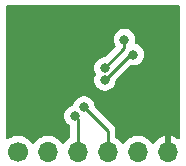
<source format=gbr>
%TF.GenerationSoftware,KiCad,Pcbnew,(6.0.5)*%
%TF.CreationDate,2022-06-11T16:37:02-05:00*%
%TF.ProjectId,ADS1219,41445331-3231-4392-9e6b-696361645f70,rev?*%
%TF.SameCoordinates,Original*%
%TF.FileFunction,Copper,L2,Bot*%
%TF.FilePolarity,Positive*%
%FSLAX46Y46*%
G04 Gerber Fmt 4.6, Leading zero omitted, Abs format (unit mm)*
G04 Created by KiCad (PCBNEW (6.0.5)) date 2022-06-11 16:37:02*
%MOMM*%
%LPD*%
G01*
G04 APERTURE LIST*
%TA.AperFunction,ComponentPad*%
%ADD10C,1.700000*%
%TD*%
%TA.AperFunction,ComponentPad*%
%ADD11O,1.700000X1.700000*%
%TD*%
%TA.AperFunction,ViaPad*%
%ADD12C,0.800000*%
%TD*%
%TA.AperFunction,Conductor*%
%ADD13C,0.250000*%
%TD*%
G04 APERTURE END LIST*
D10*
%TO.P,J2,1,Pin_1*%
%TO.N,/AIN0*%
X165100000Y-89154000D03*
D11*
%TO.P,J2,2,Pin_2*%
%TO.N,/AIN1*%
X167640000Y-89154000D03*
%TO.P,J2,3,Pin_3*%
%TO.N,/AIN2*%
X170180000Y-89154000D03*
%TO.P,J2,4,Pin_4*%
%TO.N,/AIN3*%
X172720000Y-89154000D03*
%TO.P,J2,5,Pin_5*%
%TO.N,+3V3*%
X175260000Y-89154000D03*
%TO.P,J2,6,Pin_6*%
%TO.N,GND*%
X177800000Y-89154000D03*
%TD*%
D12*
%TO.N,GND*%
X166624000Y-84328000D03*
%TO.N,/SDA*%
X174887000Y-80907000D03*
X172466000Y-83058000D03*
%TO.N,/SCL*%
X174125000Y-79637000D03*
X172466000Y-82042000D03*
%TO.N,/AIN2*%
X169926000Y-86106000D03*
%TO.N,/AIN3*%
X170688000Y-85344000D03*
%TD*%
D13*
%TO.N,/SDA*%
X174617000Y-80907000D02*
X174887000Y-80907000D01*
X172466000Y-83058000D02*
X174617000Y-80907000D01*
%TO.N,/SCL*%
X172466000Y-82042000D02*
X174125000Y-80383000D01*
X174125000Y-80383000D02*
X174125000Y-79637000D01*
%TO.N,/AIN2*%
X170180000Y-89154000D02*
X170180000Y-86360000D01*
X170180000Y-86360000D02*
X169926000Y-86106000D01*
%TO.N,/AIN3*%
X172720000Y-89154000D02*
X172720000Y-87376000D01*
X172720000Y-87376000D02*
X170688000Y-85344000D01*
%TD*%
%TA.AperFunction,Conductor*%
%TO.N,GND*%
G36*
X178757621Y-76728502D02*
G01*
X178804114Y-76782158D01*
X178815500Y-76834500D01*
X178815500Y-87965409D01*
X178795498Y-88033530D01*
X178741842Y-88080023D01*
X178671568Y-88090127D01*
X178611408Y-88064291D01*
X178558139Y-88022222D01*
X178549552Y-88016517D01*
X178363117Y-87913599D01*
X178353705Y-87909369D01*
X178152959Y-87838280D01*
X178142988Y-87835646D01*
X178071837Y-87822972D01*
X178058540Y-87824432D01*
X178054000Y-87838989D01*
X178054000Y-89282000D01*
X178033998Y-89350121D01*
X177980342Y-89396614D01*
X177928000Y-89408000D01*
X177672000Y-89408000D01*
X177603879Y-89387998D01*
X177557386Y-89334342D01*
X177546000Y-89282000D01*
X177546000Y-87837102D01*
X177542082Y-87823758D01*
X177527806Y-87821771D01*
X177489324Y-87827660D01*
X177479288Y-87830051D01*
X177276868Y-87896212D01*
X177267359Y-87900209D01*
X177078463Y-87998542D01*
X177069738Y-88004036D01*
X176899433Y-88131905D01*
X176891726Y-88138748D01*
X176744590Y-88292717D01*
X176738109Y-88300722D01*
X176633498Y-88454074D01*
X176578587Y-88499076D01*
X176508062Y-88507247D01*
X176444315Y-88475993D01*
X176423618Y-88451509D01*
X176342822Y-88326617D01*
X176342820Y-88326614D01*
X176340014Y-88322277D01*
X176189670Y-88157051D01*
X176185619Y-88153852D01*
X176185615Y-88153848D01*
X176018414Y-88021800D01*
X176018410Y-88021798D01*
X176014359Y-88018598D01*
X176009831Y-88016098D01*
X175893988Y-87952150D01*
X175818789Y-87910638D01*
X175813920Y-87908914D01*
X175813916Y-87908912D01*
X175613087Y-87837795D01*
X175613083Y-87837794D01*
X175608212Y-87836069D01*
X175603119Y-87835162D01*
X175603116Y-87835161D01*
X175393373Y-87797800D01*
X175393367Y-87797799D01*
X175388284Y-87796894D01*
X175314452Y-87795992D01*
X175170081Y-87794228D01*
X175170079Y-87794228D01*
X175164911Y-87794165D01*
X174944091Y-87827955D01*
X174731756Y-87897357D01*
X174654853Y-87937390D01*
X174557975Y-87987822D01*
X174533607Y-88000507D01*
X174529474Y-88003610D01*
X174529471Y-88003612D01*
X174359100Y-88131530D01*
X174354965Y-88134635D01*
X174200629Y-88296138D01*
X174093201Y-88453621D01*
X174038293Y-88498621D01*
X173967768Y-88506792D01*
X173904021Y-88475538D01*
X173883324Y-88451054D01*
X173802822Y-88326617D01*
X173802820Y-88326614D01*
X173800014Y-88322277D01*
X173649670Y-88157051D01*
X173645619Y-88153852D01*
X173645615Y-88153848D01*
X173478414Y-88021800D01*
X173478410Y-88021798D01*
X173474359Y-88018598D01*
X173469835Y-88016101D01*
X173469831Y-88016098D01*
X173418608Y-87987822D01*
X173368636Y-87937390D01*
X173353500Y-87877513D01*
X173353500Y-87454767D01*
X173354027Y-87443584D01*
X173355702Y-87436091D01*
X173353562Y-87368000D01*
X173353500Y-87364043D01*
X173353500Y-87336144D01*
X173352996Y-87332153D01*
X173352063Y-87320311D01*
X173350923Y-87284036D01*
X173350674Y-87276111D01*
X173348462Y-87268497D01*
X173348461Y-87268492D01*
X173345023Y-87256659D01*
X173341012Y-87237295D01*
X173339467Y-87225064D01*
X173338474Y-87217203D01*
X173335557Y-87209836D01*
X173335556Y-87209831D01*
X173322198Y-87176092D01*
X173318354Y-87164865D01*
X173308230Y-87130022D01*
X173306018Y-87122407D01*
X173295707Y-87104972D01*
X173287012Y-87087224D01*
X173279552Y-87068383D01*
X173253564Y-87032613D01*
X173247048Y-87022693D01*
X173228580Y-86991465D01*
X173228578Y-86991462D01*
X173224542Y-86984638D01*
X173210221Y-86970317D01*
X173197380Y-86955283D01*
X173190131Y-86945306D01*
X173185472Y-86938893D01*
X173151395Y-86910702D01*
X173142616Y-86902712D01*
X171635122Y-85395217D01*
X171601096Y-85332905D01*
X171598907Y-85319292D01*
X171598852Y-85318763D01*
X171581542Y-85154072D01*
X171522527Y-84972444D01*
X171427040Y-84807056D01*
X171299253Y-84665134D01*
X171144752Y-84552882D01*
X171138724Y-84550198D01*
X171138722Y-84550197D01*
X170976319Y-84477891D01*
X170976318Y-84477891D01*
X170970288Y-84475206D01*
X170876888Y-84455353D01*
X170789944Y-84436872D01*
X170789939Y-84436872D01*
X170783487Y-84435500D01*
X170592513Y-84435500D01*
X170586061Y-84436872D01*
X170586056Y-84436872D01*
X170499112Y-84455353D01*
X170405712Y-84475206D01*
X170399682Y-84477891D01*
X170399681Y-84477891D01*
X170237278Y-84550197D01*
X170237276Y-84550198D01*
X170231248Y-84552882D01*
X170076747Y-84665134D01*
X169948960Y-84807056D01*
X169853473Y-84972444D01*
X169851431Y-84978729D01*
X169799106Y-85139768D01*
X169759032Y-85198374D01*
X169705471Y-85224078D01*
X169643712Y-85237206D01*
X169637682Y-85239891D01*
X169637681Y-85239891D01*
X169475278Y-85312197D01*
X169475276Y-85312198D01*
X169469248Y-85314882D01*
X169463907Y-85318762D01*
X169463906Y-85318763D01*
X169429171Y-85344000D01*
X169314747Y-85427134D01*
X169186960Y-85569056D01*
X169091473Y-85734444D01*
X169032458Y-85916072D01*
X169012496Y-86106000D01*
X169032458Y-86295928D01*
X169091473Y-86477556D01*
X169186960Y-86642944D01*
X169314747Y-86784866D01*
X169469248Y-86897118D01*
X169475278Y-86899803D01*
X169481001Y-86903107D01*
X169479845Y-86905109D01*
X169525856Y-86944229D01*
X169546500Y-87013339D01*
X169546500Y-87875692D01*
X169526498Y-87943813D01*
X169478683Y-87987453D01*
X169453607Y-88000507D01*
X169449474Y-88003610D01*
X169449471Y-88003612D01*
X169279100Y-88131530D01*
X169274965Y-88134635D01*
X169120629Y-88296138D01*
X169013201Y-88453621D01*
X168958293Y-88498621D01*
X168887768Y-88506792D01*
X168824021Y-88475538D01*
X168803324Y-88451054D01*
X168722822Y-88326617D01*
X168722820Y-88326614D01*
X168720014Y-88322277D01*
X168569670Y-88157051D01*
X168565619Y-88153852D01*
X168565615Y-88153848D01*
X168398414Y-88021800D01*
X168398410Y-88021798D01*
X168394359Y-88018598D01*
X168389831Y-88016098D01*
X168273988Y-87952150D01*
X168198789Y-87910638D01*
X168193920Y-87908914D01*
X168193916Y-87908912D01*
X167993087Y-87837795D01*
X167993083Y-87837794D01*
X167988212Y-87836069D01*
X167983119Y-87835162D01*
X167983116Y-87835161D01*
X167773373Y-87797800D01*
X167773367Y-87797799D01*
X167768284Y-87796894D01*
X167694452Y-87795992D01*
X167550081Y-87794228D01*
X167550079Y-87794228D01*
X167544911Y-87794165D01*
X167324091Y-87827955D01*
X167111756Y-87897357D01*
X167034853Y-87937390D01*
X166937975Y-87987822D01*
X166913607Y-88000507D01*
X166909474Y-88003610D01*
X166909471Y-88003612D01*
X166739100Y-88131530D01*
X166734965Y-88134635D01*
X166580629Y-88296138D01*
X166473201Y-88453621D01*
X166418293Y-88498621D01*
X166347768Y-88506792D01*
X166284021Y-88475538D01*
X166263324Y-88451054D01*
X166182822Y-88326617D01*
X166182820Y-88326614D01*
X166180014Y-88322277D01*
X166029670Y-88157051D01*
X166025619Y-88153852D01*
X166025615Y-88153848D01*
X165858414Y-88021800D01*
X165858410Y-88021798D01*
X165854359Y-88018598D01*
X165849831Y-88016098D01*
X165733988Y-87952150D01*
X165658789Y-87910638D01*
X165653920Y-87908914D01*
X165653916Y-87908912D01*
X165453087Y-87837795D01*
X165453083Y-87837794D01*
X165448212Y-87836069D01*
X165443119Y-87835162D01*
X165443116Y-87835161D01*
X165233373Y-87797800D01*
X165233367Y-87797799D01*
X165228284Y-87796894D01*
X165154452Y-87795992D01*
X165010081Y-87794228D01*
X165010079Y-87794228D01*
X165004911Y-87794165D01*
X164784091Y-87827955D01*
X164571756Y-87897357D01*
X164494853Y-87937390D01*
X164397975Y-87987822D01*
X164373607Y-88000507D01*
X164369474Y-88003610D01*
X164369471Y-88003612D01*
X164286153Y-88066169D01*
X164219668Y-88091075D01*
X164150272Y-88076083D01*
X164099999Y-88025952D01*
X164084500Y-87965409D01*
X164084500Y-83058000D01*
X171552496Y-83058000D01*
X171572458Y-83247928D01*
X171631473Y-83429556D01*
X171726960Y-83594944D01*
X171854747Y-83736866D01*
X172009248Y-83849118D01*
X172015276Y-83851802D01*
X172015278Y-83851803D01*
X172177681Y-83924109D01*
X172183712Y-83926794D01*
X172277112Y-83946647D01*
X172364056Y-83965128D01*
X172364061Y-83965128D01*
X172370513Y-83966500D01*
X172561487Y-83966500D01*
X172567939Y-83965128D01*
X172567944Y-83965128D01*
X172654887Y-83946647D01*
X172748288Y-83926794D01*
X172754319Y-83924109D01*
X172916722Y-83851803D01*
X172916724Y-83851802D01*
X172922752Y-83849118D01*
X173077253Y-83736866D01*
X173205040Y-83594944D01*
X173300527Y-83429556D01*
X173359542Y-83247928D01*
X173376907Y-83082706D01*
X173403920Y-83017050D01*
X173413122Y-83006782D01*
X174588829Y-81831075D01*
X174651141Y-81797049D01*
X174704117Y-81796923D01*
X174791513Y-81815500D01*
X174982487Y-81815500D01*
X174988939Y-81814128D01*
X174988944Y-81814128D01*
X175075888Y-81795647D01*
X175169288Y-81775794D01*
X175175319Y-81773109D01*
X175337722Y-81700803D01*
X175337724Y-81700802D01*
X175343752Y-81698118D01*
X175498253Y-81585866D01*
X175626040Y-81443944D01*
X175721527Y-81278556D01*
X175780542Y-81096928D01*
X175800504Y-80907000D01*
X175780542Y-80717072D01*
X175721527Y-80535444D01*
X175626040Y-80370056D01*
X175498253Y-80228134D01*
X175343752Y-80115882D01*
X175337724Y-80113198D01*
X175337722Y-80113197D01*
X175175319Y-80040891D01*
X175175318Y-80040891D01*
X175169288Y-80038206D01*
X175162833Y-80036834D01*
X175162824Y-80036831D01*
X175100945Y-80023678D01*
X175038472Y-79989950D01*
X175004151Y-79927800D01*
X175007310Y-79861496D01*
X175018542Y-79826928D01*
X175038504Y-79637000D01*
X175018542Y-79447072D01*
X174959527Y-79265444D01*
X174864040Y-79100056D01*
X174736253Y-78958134D01*
X174581752Y-78845882D01*
X174575724Y-78843198D01*
X174575722Y-78843197D01*
X174413319Y-78770891D01*
X174413318Y-78770891D01*
X174407288Y-78768206D01*
X174313888Y-78748353D01*
X174226944Y-78729872D01*
X174226939Y-78729872D01*
X174220487Y-78728500D01*
X174029513Y-78728500D01*
X174023061Y-78729872D01*
X174023056Y-78729872D01*
X173936112Y-78748353D01*
X173842712Y-78768206D01*
X173836682Y-78770891D01*
X173836681Y-78770891D01*
X173674278Y-78843197D01*
X173674276Y-78843198D01*
X173668248Y-78845882D01*
X173513747Y-78958134D01*
X173385960Y-79100056D01*
X173290473Y-79265444D01*
X173231458Y-79447072D01*
X173211496Y-79637000D01*
X173231458Y-79826928D01*
X173290473Y-80008556D01*
X173293776Y-80014278D01*
X173293777Y-80014279D01*
X173356722Y-80123302D01*
X173373460Y-80192297D01*
X173350240Y-80259389D01*
X173336698Y-80275397D01*
X172515500Y-81096595D01*
X172453188Y-81130621D01*
X172426405Y-81133500D01*
X172370513Y-81133500D01*
X172364061Y-81134872D01*
X172364056Y-81134872D01*
X172277113Y-81153353D01*
X172183712Y-81173206D01*
X172177682Y-81175891D01*
X172177681Y-81175891D01*
X172015278Y-81248197D01*
X172015276Y-81248198D01*
X172009248Y-81250882D01*
X171854747Y-81363134D01*
X171726960Y-81505056D01*
X171631473Y-81670444D01*
X171572458Y-81852072D01*
X171552496Y-82042000D01*
X171572458Y-82231928D01*
X171631473Y-82413556D01*
X171634776Y-82419278D01*
X171634777Y-82419279D01*
X171673876Y-82487000D01*
X171690614Y-82555995D01*
X171673876Y-82613000D01*
X171631473Y-82686444D01*
X171572458Y-82868072D01*
X171552496Y-83058000D01*
X164084500Y-83058000D01*
X164084500Y-76834500D01*
X164104502Y-76766379D01*
X164158158Y-76719886D01*
X164210500Y-76708500D01*
X178689500Y-76708500D01*
X178757621Y-76728502D01*
G37*
%TD.AperFunction*%
%TD*%
M02*

</source>
